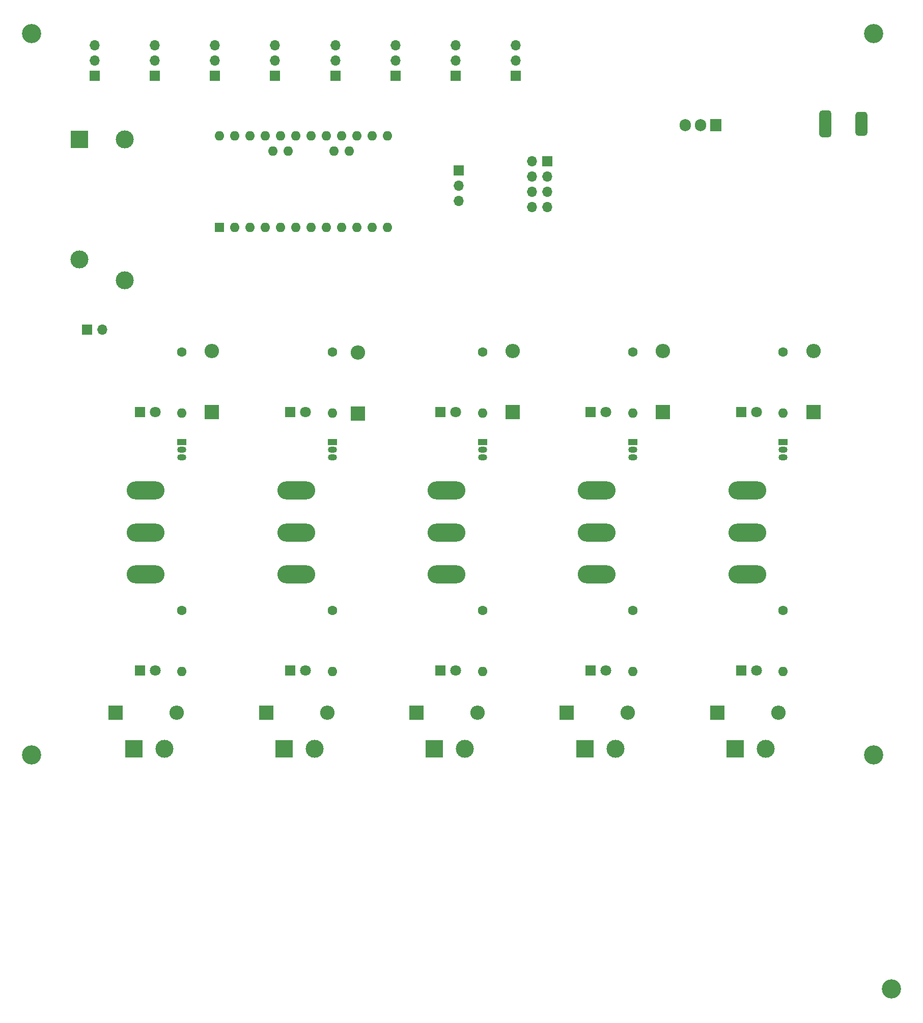
<source format=gbr>
%TF.GenerationSoftware,KiCad,Pcbnew,(5.1.10)-1*%
%TF.CreationDate,2022-07-16T16:26:33-07:00*%
%TF.ProjectId,Garden_Board,47617264-656e-45f4-926f-6172642e6b69,rev?*%
%TF.SameCoordinates,Original*%
%TF.FileFunction,Soldermask,Top*%
%TF.FilePolarity,Negative*%
%FSLAX46Y46*%
G04 Gerber Fmt 4.6, Leading zero omitted, Abs format (unit mm)*
G04 Created by KiCad (PCBNEW (5.1.10)-1) date 2022-07-16 16:26:33*
%MOMM*%
%LPD*%
G01*
G04 APERTURE LIST*
%ADD10O,6.300000X3.000000*%
%ADD11C,3.000000*%
%ADD12R,3.000000X3.000000*%
%ADD13O,1.905000X2.000000*%
%ADD14R,1.905000X2.000000*%
%ADD15O,1.600000X1.600000*%
%ADD16R,1.600000X1.600000*%
%ADD17C,1.600000*%
%ADD18R,1.500000X1.050000*%
%ADD19O,1.500000X1.050000*%
%ADD20O,1.700000X1.700000*%
%ADD21R,1.700000X1.700000*%
%ADD22C,1.800000*%
%ADD23R,1.800000X1.800000*%
%ADD24O,2.400000X2.400000*%
%ADD25R,2.400000X2.400000*%
%ADD26C,3.200000*%
G04 APERTURE END LIST*
D10*
%TO.C,SW4*%
X147000000Y-133000000D03*
X147000000Y-126000000D03*
X147000000Y-119000000D03*
%TD*%
%TO.C,SW3*%
X122000000Y-133000000D03*
X122000000Y-126000000D03*
X122000000Y-119000000D03*
%TD*%
%TO.C,SW2*%
X97000000Y-133000000D03*
X97000000Y-126000000D03*
X97000000Y-119000000D03*
%TD*%
%TO.C,SW0*%
X47000000Y-133000000D03*
X47000000Y-126000000D03*
X47000000Y-119000000D03*
%TD*%
%TO.C,SW1*%
X72000000Y-133000000D03*
X72000000Y-126000000D03*
X72000000Y-119000000D03*
%TD*%
D11*
%TO.C,K1*%
X43480000Y-84050000D03*
X35980000Y-80550000D03*
X43480000Y-60550000D03*
D12*
X35980000Y-60550000D03*
%TD*%
D13*
%TO.C,U1*%
X136670000Y-58250000D03*
X139210000Y-58250000D03*
D14*
X141750000Y-58250000D03*
%TD*%
D15*
%TO.C,U2*%
X80840000Y-62550000D03*
X78300000Y-62550000D03*
X70680000Y-62550000D03*
X68140000Y-62550000D03*
X59250000Y-60010000D03*
X61790000Y-60010000D03*
X64330000Y-60010000D03*
X87190000Y-75250000D03*
X66870000Y-60010000D03*
X84650000Y-75250000D03*
X69410000Y-60010000D03*
X82110000Y-75250000D03*
X71950000Y-60010000D03*
X79570000Y-75250000D03*
X74490000Y-60010000D03*
X77030000Y-75250000D03*
X77030000Y-60010000D03*
X74490000Y-75250000D03*
X79570000Y-60010000D03*
X71950000Y-75250000D03*
X82110000Y-60010000D03*
X69410000Y-75250000D03*
X84650000Y-60010000D03*
X66870000Y-75250000D03*
X87190000Y-60010000D03*
X64330000Y-75250000D03*
X61790000Y-75250000D03*
D16*
X59250000Y-75250000D03*
%TD*%
D15*
%TO.C,R10*%
X53000000Y-106160000D03*
D17*
X53000000Y-96000000D03*
%TD*%
D15*
%TO.C,R9*%
X53000000Y-149160000D03*
D17*
X53000000Y-139000000D03*
%TD*%
D15*
%TO.C,R8*%
X153000000Y-106160000D03*
D17*
X153000000Y-96000000D03*
%TD*%
D15*
%TO.C,R7*%
X153000000Y-149160000D03*
D17*
X153000000Y-139000000D03*
%TD*%
D15*
%TO.C,R6*%
X128000000Y-106160000D03*
D17*
X128000000Y-96000000D03*
%TD*%
D15*
%TO.C,R5*%
X128000000Y-149160000D03*
D17*
X128000000Y-139000000D03*
%TD*%
D15*
%TO.C,R4*%
X103000000Y-106160000D03*
D17*
X103000000Y-96000000D03*
%TD*%
D15*
%TO.C,R3*%
X103000000Y-149160000D03*
D17*
X103000000Y-139000000D03*
%TD*%
D15*
%TO.C,R2*%
X78000000Y-106160000D03*
D17*
X78000000Y-96000000D03*
%TD*%
D15*
%TO.C,R1*%
X78000000Y-149160000D03*
D17*
X78000000Y-139000000D03*
%TD*%
D18*
%TO.C,Q5*%
X53000000Y-111000000D03*
D19*
X53000000Y-113540000D03*
X53000000Y-112270000D03*
%TD*%
D18*
%TO.C,Q4*%
X153000000Y-111000000D03*
D19*
X153000000Y-113540000D03*
X153000000Y-112270000D03*
%TD*%
D18*
%TO.C,Q3*%
X128000000Y-111000000D03*
D19*
X128000000Y-113540000D03*
X128000000Y-112270000D03*
%TD*%
D18*
%TO.C,Q2*%
X103000000Y-111000000D03*
D19*
X103000000Y-113540000D03*
X103000000Y-112270000D03*
%TD*%
D18*
%TO.C,Q1*%
X78000000Y-111000000D03*
D19*
X78000000Y-113540000D03*
X78000000Y-112270000D03*
%TD*%
D20*
%TO.C,J18*%
X39790000Y-92250000D03*
D21*
X37250000Y-92250000D03*
%TD*%
D11*
%TO.C,J17*%
X50080000Y-162000000D03*
D12*
X45000000Y-162000000D03*
%TD*%
D20*
%TO.C,J16*%
X108500000Y-44920000D03*
X108500000Y-47460000D03*
D21*
X108500000Y-50000000D03*
%TD*%
D20*
%TO.C,J15*%
X98500000Y-44920000D03*
X98500000Y-47460000D03*
D21*
X98500000Y-50000000D03*
%TD*%
D20*
%TO.C,J14*%
X88500000Y-44920000D03*
X88500000Y-47460000D03*
D21*
X88500000Y-50000000D03*
%TD*%
D20*
%TO.C,J13*%
X78500000Y-44920000D03*
X78500000Y-47460000D03*
D21*
X78500000Y-50000000D03*
%TD*%
D20*
%TO.C,J12*%
X68500000Y-44920000D03*
X68500000Y-47460000D03*
D21*
X68500000Y-50000000D03*
%TD*%
D20*
%TO.C,J11*%
X58500000Y-44920000D03*
X58500000Y-47460000D03*
D21*
X58500000Y-50000000D03*
%TD*%
D20*
%TO.C,J10*%
X48500000Y-44920000D03*
X48500000Y-47460000D03*
D21*
X48500000Y-50000000D03*
%TD*%
D20*
%TO.C,J9*%
X38500000Y-44920000D03*
X38500000Y-47460000D03*
D21*
X38500000Y-50000000D03*
%TD*%
D11*
%TO.C,J8*%
X150080000Y-162000000D03*
D12*
X145000000Y-162000000D03*
%TD*%
D11*
%TO.C,J7*%
X125080000Y-162000000D03*
D12*
X120000000Y-162000000D03*
%TD*%
D20*
%TO.C,J5*%
X99000000Y-70830000D03*
X99000000Y-68290000D03*
D21*
X99000000Y-65750000D03*
%TD*%
D11*
%TO.C,J4*%
X100080000Y-162000000D03*
D12*
X95000000Y-162000000D03*
%TD*%
D20*
%TO.C,J3*%
X111210000Y-71870000D03*
X113750000Y-71870000D03*
X111210000Y-69330000D03*
X113750000Y-69330000D03*
X111210000Y-66790000D03*
X113750000Y-66790000D03*
X111210000Y-64250000D03*
D21*
X113750000Y-64250000D03*
%TD*%
D11*
%TO.C,J2*%
X75080000Y-162000000D03*
D12*
X70000000Y-162000000D03*
%TD*%
%TO.C,J1*%
G36*
G01*
X161000000Y-56250000D02*
X161000000Y-59750000D01*
G75*
G02*
X160500000Y-60250000I-500000J0D01*
G01*
X159500000Y-60250000D01*
G75*
G02*
X159000000Y-59750000I0J500000D01*
G01*
X159000000Y-56250000D01*
G75*
G02*
X159500000Y-55750000I500000J0D01*
G01*
X160500000Y-55750000D01*
G75*
G02*
X161000000Y-56250000I0J-500000D01*
G01*
G37*
G36*
G01*
X167000000Y-56500000D02*
X167000000Y-59500000D01*
G75*
G02*
X166500000Y-60000000I-500000J0D01*
G01*
X165500000Y-60000000D01*
G75*
G02*
X165000000Y-59500000I0J500000D01*
G01*
X165000000Y-56500000D01*
G75*
G02*
X165500000Y-56000000I500000J0D01*
G01*
X166500000Y-56000000D01*
G75*
G02*
X167000000Y-56500000I0J-500000D01*
G01*
G37*
%TD*%
D22*
%TO.C,D20*%
X48540000Y-106000000D03*
D23*
X46000000Y-106000000D03*
%TD*%
D24*
%TO.C,D19*%
X58000000Y-95840000D03*
D25*
X58000000Y-106000000D03*
%TD*%
D24*
%TO.C,D18*%
X52160000Y-156000000D03*
D25*
X42000000Y-156000000D03*
%TD*%
D22*
%TO.C,D17*%
X48540000Y-149000000D03*
D23*
X46000000Y-149000000D03*
%TD*%
D22*
%TO.C,D16*%
X148540000Y-106000000D03*
D23*
X146000000Y-106000000D03*
%TD*%
D24*
%TO.C,D15*%
X158000000Y-95840000D03*
D25*
X158000000Y-106000000D03*
%TD*%
D24*
%TO.C,D14*%
X152160000Y-156000000D03*
D25*
X142000000Y-156000000D03*
%TD*%
D22*
%TO.C,D13*%
X148540000Y-149000000D03*
D23*
X146000000Y-149000000D03*
%TD*%
D22*
%TO.C,D12*%
X123540000Y-106000000D03*
D23*
X121000000Y-106000000D03*
%TD*%
D24*
%TO.C,D11*%
X133000000Y-95840000D03*
D25*
X133000000Y-106000000D03*
%TD*%
D24*
%TO.C,D10*%
X127160000Y-156000000D03*
D25*
X117000000Y-156000000D03*
%TD*%
D22*
%TO.C,D9*%
X123540000Y-149000000D03*
D23*
X121000000Y-149000000D03*
%TD*%
D22*
%TO.C,D8*%
X98540000Y-106000000D03*
D23*
X96000000Y-106000000D03*
%TD*%
D24*
%TO.C,D7*%
X108000000Y-95840000D03*
D25*
X108000000Y-106000000D03*
%TD*%
D24*
%TO.C,D6*%
X102160000Y-156000000D03*
D25*
X92000000Y-156000000D03*
%TD*%
D22*
%TO.C,D5*%
X98540000Y-149000000D03*
D23*
X96000000Y-149000000D03*
%TD*%
D22*
%TO.C,D4*%
X73540000Y-106000000D03*
D23*
X71000000Y-106000000D03*
%TD*%
D24*
%TO.C,D3*%
X82250000Y-96090000D03*
D25*
X82250000Y-106250000D03*
%TD*%
D24*
%TO.C,D2*%
X77160000Y-156000000D03*
D25*
X67000000Y-156000000D03*
%TD*%
D22*
%TO.C,D1*%
X73540000Y-149000000D03*
D23*
X71000000Y-149000000D03*
%TD*%
D26*
%TO.C,REF\u002A\u002A*%
X28000000Y-43000000D03*
%TD*%
%TO.C,REF\u002A\u002A*%
X28000000Y-163000000D03*
%TD*%
%TO.C,REF\u002A\u002A*%
X171000000Y-202000000D03*
%TD*%
%TO.C,REF\u002A\u002A*%
X168000000Y-163000000D03*
%TD*%
%TO.C,REF\u002A\u002A*%
X168000000Y-43000000D03*
%TD*%
M02*

</source>
